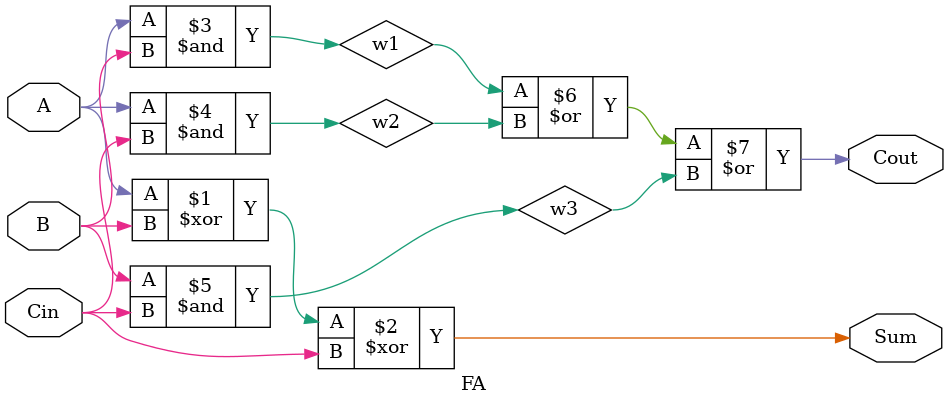
<source format=sv>
module FA(A, B, Cin, Cout, Sum);
    input A, B, Cin;
    output Cout, Sum;
    wire w1, w2, w3;

    xor xo1 (Sum, A, B, Cin);
    and an1 (w1, A, B);
    and an2 (w2, A, Cin);
    and an3 (w3, B, Cin);
    or o1 (Cout, w1, w2, w3);
endmodule
</source>
